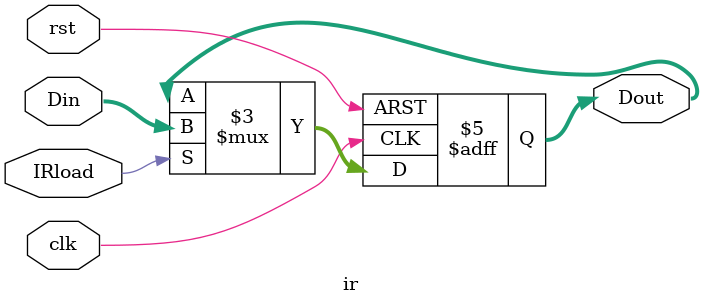
<source format=v>

module ir(Din, clk, rst, IRload, Dout);

input [7:0] Din;
input clk, rst, IRload;

output [7:0] Dout;
reg [7:0] Dout;

always @ (negedge clk or negedge rst) begin
	if(!rst)
        Dout <= 0;
	else if (IRload)
        Dout <= Din;
end

endmodule
</source>
